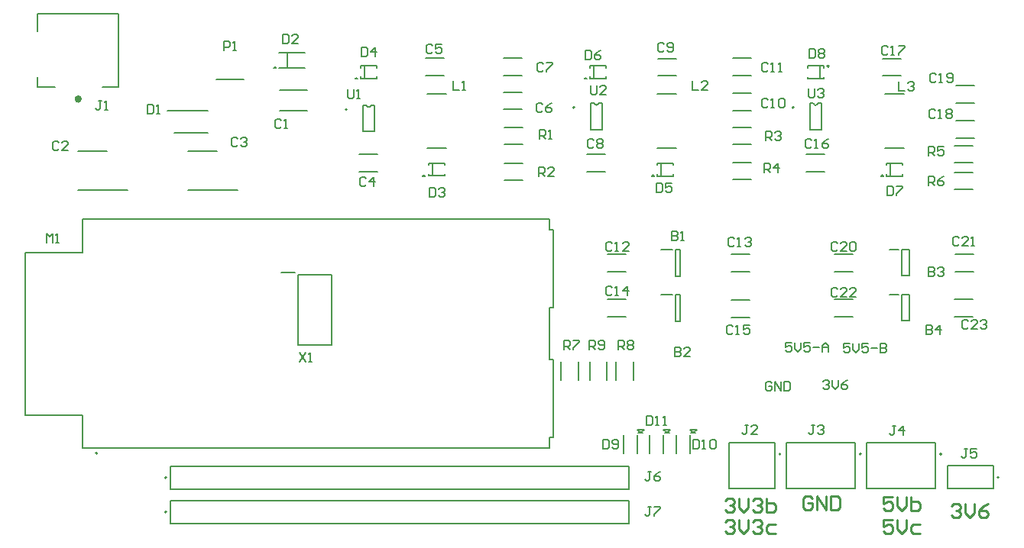
<source format=gto>
G04*
G04 #@! TF.GenerationSoftware,Altium Limited,Altium Designer,24.4.1 (13)*
G04*
G04 Layer_Color=65535*
%FSLAX25Y25*%
%MOIN*%
G70*
G04*
G04 #@! TF.SameCoordinates,DFA012FA-E2B2-4B6A-99E0-2456AF4758C4*
G04*
G04*
G04 #@! TF.FilePolarity,Positive*
G04*
G01*
G75*
%ADD10C,0.00787*%
%ADD11C,0.01575*%
%ADD12C,0.00500*%
%ADD13C,0.00600*%
%ADD14C,0.01000*%
D10*
X35039Y40713D02*
G03*
X35039Y40713I-394J0D01*
G01*
X65170Y15098D02*
G03*
X65170Y15098I-394J0D01*
G01*
X65189Y30000D02*
G03*
X65189Y30000I-394J0D01*
G01*
X428346Y30161D02*
G03*
X428346Y30161I-394J0D01*
G01*
X403271Y40279D02*
G03*
X403271Y40279I-394J0D01*
G01*
X368195Y40398D02*
G03*
X368195Y40398I-394J0D01*
G01*
X333119Y40279D02*
G03*
X333119Y40279I-394J0D01*
G01*
X144012Y190791D02*
G03*
X144012Y190791I-394J0D01*
G01*
X243267Y191708D02*
G03*
X243267Y191708I-394J0D01*
G01*
X338894D02*
G03*
X338894Y191708I-394J0D01*
G01*
X122638Y118744D02*
X137205D01*
Y88035D02*
Y118744D01*
X122638Y88035D02*
X137205D01*
X122638D02*
Y118744D01*
X115354Y119728D02*
X121260D01*
X87016Y204000D02*
X98984D01*
X287158Y110083D02*
X289323D01*
Y98272D02*
Y110083D01*
X287158Y98272D02*
X289323D01*
X287158D02*
Y110083D01*
X280859D02*
X285780D01*
X287158Y129768D02*
X289323D01*
Y117957D02*
Y129768D01*
X287158Y117957D02*
X289323D01*
X287158D02*
Y129768D01*
X280859D02*
X285780D01*
X65626Y190421D02*
X83284D01*
X68717Y180579D02*
X83284D01*
X74535Y172465D02*
X87232D01*
X74535Y155535D02*
X96287D01*
X26535Y172465D02*
X39232D01*
X26535Y155535D02*
X48287D01*
X386040Y109886D02*
X389386D01*
Y98469D02*
Y109886D01*
X386040Y98469D02*
X389386D01*
X386040D02*
Y109886D01*
X380528Y109984D02*
X384662D01*
X386040Y129571D02*
X389386D01*
Y118154D02*
Y129571D01*
X386040Y118154D02*
X389386D01*
X386040D02*
Y129571D01*
X380528Y129669D02*
X384662D01*
D11*
X27441Y195358D02*
G03*
X27441Y195358I-787J0D01*
G01*
D12*
X152477Y192563D02*
G03*
X154445Y192563I984J222D01*
G01*
X251732Y193480D02*
G03*
X253700Y193480I984J222D01*
G01*
X347359D02*
G03*
X349327Y193480I984J222D01*
G01*
X408992Y174981D02*
X416992D01*
X408992Y167481D02*
X416992D01*
X3445Y128311D02*
X28445D01*
X3445Y57445D02*
Y128311D01*
Y57445D02*
X28445D01*
X232382Y138252D02*
X233957D01*
Y104197D02*
Y138252D01*
X232382Y104197D02*
X233957D01*
X232382Y81559D02*
X233957D01*
Y47504D02*
Y81559D01*
X232382Y47504D02*
X233957D01*
X28445Y42878D02*
X232382D01*
Y47504D01*
Y81559D02*
Y104197D01*
Y138252D02*
Y142878D01*
X28445D02*
X232382D01*
X28445Y128311D02*
Y142878D01*
Y42878D02*
Y57445D01*
X66981Y20098D02*
X266981D01*
Y10098D02*
Y20098D01*
X66981Y10098D02*
X266981D01*
X66981D02*
Y20098D01*
X67000Y35000D02*
X267000D01*
Y25000D02*
Y35000D01*
X67000Y25000D02*
X267000D01*
X67000D02*
Y35000D01*
X425748Y25161D02*
Y35161D01*
X405748D02*
X425748D01*
X405748Y25161D02*
Y35161D01*
Y25161D02*
X425748D01*
X400672Y25280D02*
Y45279D01*
X370672D02*
X400672D01*
X370672Y25280D02*
Y45279D01*
Y25280D02*
X400672D01*
X365596Y25398D02*
Y45398D01*
X335596D02*
X365596D01*
X335596Y25398D02*
Y45398D01*
Y25398D02*
X365596D01*
X310521Y25280D02*
X330521D01*
X310521Y45279D02*
X330521D01*
Y25280D02*
Y45279D01*
X310521Y25280D02*
Y45279D01*
X8937Y200476D02*
X16614D01*
X8937Y225083D02*
Y232732D01*
X37087Y200476D02*
X44370D01*
X8937D02*
Y205004D01*
X44370Y200476D02*
Y232732D01*
X8937D02*
X44370D01*
X257250Y72500D02*
Y80500D01*
X249750Y72500D02*
Y80500D01*
X268750Y72500D02*
Y80500D01*
X261250Y72500D02*
Y80500D01*
X244750Y72500D02*
Y80500D01*
X237250Y72500D02*
Y80500D01*
X293500Y40500D02*
Y48500D01*
X287500Y40500D02*
Y48500D01*
X293500Y51000D02*
X296500D01*
X293500D02*
X295000Y49500D01*
X296500Y51000D01*
X294000Y49500D02*
X296000D01*
X282000Y40500D02*
Y48500D01*
X276000Y40500D02*
Y48500D01*
X282000Y51000D02*
X285000D01*
X282000D02*
X283500Y49500D01*
X285000Y51000D01*
X282500Y49500D02*
X284500D01*
X270500Y40500D02*
Y48500D01*
X264500Y40500D02*
Y48500D01*
X270500Y51000D02*
X273500D01*
X270500D02*
X272000Y49500D01*
X273500Y51000D01*
X271000Y49500D02*
X273000D01*
X181089Y161883D02*
Y167339D01*
X179445D02*
X186532D01*
X179445Y161827D02*
X186532D01*
X177539Y162233D02*
X178039Y161733D01*
X177039D02*
X178039D01*
X177039D02*
X177539Y162233D01*
X186532Y166583D02*
Y167339D01*
Y161827D02*
Y162683D01*
X179445Y161827D02*
Y162783D01*
Y166583D02*
Y167339D01*
X178280Y205672D02*
X186280D01*
X178280Y213172D02*
X186280D01*
X344343Y163686D02*
X352343D01*
X344343Y171186D02*
X352343D01*
X248716Y163686D02*
X256716D01*
X248716Y171186D02*
X256716D01*
X377611Y205545D02*
X385611D01*
X377611Y213045D02*
X385611D01*
X351886Y204306D02*
Y205062D01*
Y208862D02*
Y209818D01*
X344800Y208962D02*
Y209818D01*
Y204306D02*
Y205062D01*
X353793Y209412D02*
X354293Y209912D01*
X353293D02*
X354293D01*
X353293D02*
X353793Y209412D01*
X344800Y209818D02*
X351886D01*
X344800Y204306D02*
X351886D01*
X350243D02*
Y209762D01*
X312209Y213172D02*
X320209D01*
X312209Y205672D02*
X320209D01*
X279418Y205545D02*
X287418D01*
X279418Y213045D02*
X287418D01*
X149918Y209062D02*
Y209818D01*
Y204306D02*
Y205262D01*
X157004Y204306D02*
Y205162D01*
Y209062D02*
Y209818D01*
X147511Y204212D02*
X148011Y204712D01*
X147511Y204212D02*
X148511D01*
X148011Y204712D02*
X148511Y204212D01*
X149918Y204306D02*
X157004D01*
X149918Y209818D02*
X157004D01*
X151561Y204362D02*
Y209818D01*
X149063Y163686D02*
X157063D01*
X149063Y171186D02*
X157063D01*
X154445Y192563D02*
X156020D01*
X150902D02*
X152477D01*
X150902Y181146D02*
X156020D01*
Y192563D01*
X150902Y181146D02*
Y192563D01*
X212319Y213172D02*
X220319D01*
X212319Y205672D02*
X220319D01*
X212319Y198317D02*
X220319D01*
X212319Y190817D02*
X220319D01*
X212417Y175481D02*
X220417D01*
X212417Y182981D02*
X220417D01*
X212417Y167339D02*
X220417D01*
X212417Y159839D02*
X220417D01*
X253700Y193480D02*
X255275D01*
X250157D02*
X251732D01*
X250157Y182062D02*
X255275D01*
Y193480D01*
X250157Y182062D02*
Y193480D01*
X349327D02*
X350902D01*
X345784D02*
X347359D01*
X345784Y182062D02*
X350902D01*
Y193480D01*
X345784Y182062D02*
Y193480D01*
X408992Y163339D02*
X416992D01*
X408992Y155839D02*
X416992D01*
X409393Y201172D02*
X417393D01*
X409393Y193672D02*
X417393D01*
X312307Y167748D02*
X320307D01*
X312307Y160248D02*
X320307D01*
X257532Y120112D02*
X265532D01*
X257532Y127612D02*
X265532D01*
X257532Y100427D02*
X265532D01*
X257532Y107927D02*
X265532D01*
X114386Y209098D02*
X125607D01*
X114386Y215791D02*
X125607D01*
X117997Y209445D02*
Y215445D01*
X112496Y209445D02*
X112996Y208945D01*
X111996D02*
X112996D01*
X111996D02*
X112496Y209445D01*
X379150Y166489D02*
Y167245D01*
Y161733D02*
Y162689D01*
X386237Y161733D02*
Y162589D01*
Y166489D02*
Y167245D01*
X376743Y161639D02*
X377243Y162139D01*
X376743Y161639D02*
X377743D01*
X377243Y162139D02*
X377743Y161639D01*
X379150Y161733D02*
X386237D01*
X379150Y167245D02*
X386237D01*
X380793Y161789D02*
Y167245D01*
X409090Y127612D02*
X417090D01*
X409090Y120112D02*
X417090D01*
X408893Y107927D02*
X416893D01*
X408893Y100427D02*
X416893D01*
X356613D02*
X364613D01*
X356613Y107927D02*
X364613D01*
X356613Y120112D02*
X364613D01*
X356613Y127612D02*
X364613D01*
X311666D02*
X319666D01*
X311666Y120112D02*
X319666D01*
X311666Y107533D02*
X319666D01*
X311666Y100033D02*
X319666D01*
X312307Y175481D02*
X320307D01*
X312307Y182981D02*
X320307D01*
X312209Y197937D02*
X320209D01*
X312209Y190437D02*
X320209D01*
X279166Y166489D02*
Y167245D01*
Y161733D02*
Y162689D01*
X286252Y161733D02*
Y162589D01*
Y166489D02*
Y167245D01*
X276759Y161639D02*
X277259Y162139D01*
X276759Y161639D02*
X277759D01*
X277259Y162139D02*
X277759Y161639D01*
X279166Y161733D02*
X286252D01*
X279166Y167245D02*
X286252D01*
X280809Y161789D02*
Y167245D01*
X409393Y185937D02*
X417393D01*
X409393Y178437D02*
X417393D01*
X378441Y197484D02*
X386945D01*
X378441Y173862D02*
X386945D01*
X279166Y197484D02*
X287670D01*
X279166Y173862D02*
X287670D01*
X178737Y197484D02*
X187241D01*
X178737Y173862D02*
X187241D01*
X114390Y199228D02*
X126390D01*
X114390Y190228D02*
X126390D01*
X251603Y204362D02*
Y209818D01*
X249960D02*
X257047D01*
X249960Y204306D02*
X257047D01*
X248053Y204712D02*
X248553Y204212D01*
X247553D02*
X248553D01*
X247553D02*
X248053Y204712D01*
X257047Y209062D02*
Y209818D01*
Y204306D02*
Y205162D01*
X249960Y204306D02*
Y205262D01*
Y209062D02*
Y209818D01*
D13*
X363266Y88599D02*
X360600D01*
Y86599D01*
X361933Y87266D01*
X362599D01*
X363266Y86599D01*
Y85266D01*
X362599Y84600D01*
X361266D01*
X360600Y85266D01*
X364599Y88599D02*
Y85933D01*
X365932Y84600D01*
X367265Y85933D01*
Y88599D01*
X371263D02*
X368597D01*
Y86599D01*
X369930Y87266D01*
X370597D01*
X371263Y86599D01*
Y85266D01*
X370597Y84600D01*
X369264D01*
X368597Y85266D01*
X372596Y86599D02*
X375262D01*
X376595Y88599D02*
Y84600D01*
X378594D01*
X379261Y85266D01*
Y85933D01*
X378594Y86599D01*
X376595D01*
X378594D01*
X379261Y87266D01*
Y87932D01*
X378594Y88599D01*
X376595D01*
X351600Y71932D02*
X352266Y72599D01*
X353599D01*
X354266Y71932D01*
Y71266D01*
X353599Y70599D01*
X352933D01*
X353599D01*
X354266Y69933D01*
Y69266D01*
X353599Y68600D01*
X352266D01*
X351600Y69266D01*
X355599Y72599D02*
Y69933D01*
X356932Y68600D01*
X358264Y69933D01*
Y72599D01*
X362263D02*
X360930Y71932D01*
X359597Y70599D01*
Y69266D01*
X360264Y68600D01*
X361597D01*
X362263Y69266D01*
Y69933D01*
X361597Y70599D01*
X359597D01*
X337766Y89099D02*
X335100D01*
Y87099D01*
X336433Y87766D01*
X337099D01*
X337766Y87099D01*
Y85766D01*
X337099Y85100D01*
X335766D01*
X335100Y85766D01*
X339099Y89099D02*
Y86433D01*
X340432Y85100D01*
X341764Y86433D01*
Y89099D01*
X345763D02*
X343097D01*
Y87099D01*
X344430Y87766D01*
X345097D01*
X345763Y87099D01*
Y85766D01*
X345097Y85100D01*
X343764D01*
X343097Y85766D01*
X347096Y87099D02*
X349762D01*
X351095Y85100D02*
Y87766D01*
X352428Y89099D01*
X353761Y87766D01*
Y85100D01*
Y87099D01*
X351095D01*
X329266Y71432D02*
X328599Y72099D01*
X327266D01*
X326600Y71432D01*
Y68766D01*
X327266Y68100D01*
X328599D01*
X329266Y68766D01*
Y70099D01*
X327933D01*
X330599Y68100D02*
Y72099D01*
X333264Y68100D01*
Y72099D01*
X334597D02*
Y68100D01*
X336597D01*
X337263Y68766D01*
Y71432D01*
X336597Y72099D01*
X334597D01*
X397668Y170501D02*
Y174499D01*
X399667D01*
X400334Y173833D01*
Y172500D01*
X399667Y171834D01*
X397668D01*
X399001D02*
X400334Y170501D01*
X404332Y174499D02*
X401666D01*
Y172500D01*
X402999Y173167D01*
X403666D01*
X404332Y172500D01*
Y171167D01*
X403666Y170501D01*
X402333D01*
X401666Y171167D01*
X249668Y86001D02*
Y89999D01*
X251667D01*
X252334Y89333D01*
Y88000D01*
X251667Y87334D01*
X249668D01*
X251001D02*
X252334Y86001D01*
X253666Y86667D02*
X254333Y86001D01*
X255666D01*
X256332Y86667D01*
Y89333D01*
X255666Y89999D01*
X254333D01*
X253666Y89333D01*
Y88666D01*
X254333Y88000D01*
X256332D01*
X262168Y86001D02*
Y89999D01*
X264167D01*
X264834Y89333D01*
Y88000D01*
X264167Y87334D01*
X262168D01*
X263501D02*
X264834Y86001D01*
X266166Y89333D02*
X266833Y89999D01*
X268166D01*
X268832Y89333D01*
Y88666D01*
X268166Y88000D01*
X268832Y87334D01*
Y86667D01*
X268166Y86001D01*
X266833D01*
X266166Y86667D01*
Y87334D01*
X266833Y88000D01*
X266166Y88666D01*
Y89333D01*
X266833Y88000D02*
X268166D01*
X238668Y86001D02*
Y89999D01*
X240667D01*
X241334Y89333D01*
Y88000D01*
X240667Y87334D01*
X238668D01*
X240001D02*
X241334Y86001D01*
X242667Y89999D02*
X245332D01*
Y89333D01*
X242667Y86667D01*
Y86001D01*
X274668Y56999D02*
Y53001D01*
X276667D01*
X277334Y53667D01*
Y56333D01*
X276667Y56999D01*
X274668D01*
X278667Y53001D02*
X280000D01*
X279333D01*
Y56999D01*
X278667Y56333D01*
X281999Y53001D02*
X283332D01*
X282665D01*
Y56999D01*
X281999Y56333D01*
X295002Y46499D02*
Y42501D01*
X297001D01*
X297667Y43167D01*
Y45833D01*
X297001Y46499D01*
X295002D01*
X299000Y42501D02*
X300333D01*
X299667D01*
Y46499D01*
X299000Y45833D01*
X302333D02*
X302999Y46499D01*
X304332D01*
X304998Y45833D01*
Y43167D01*
X304332Y42501D01*
X302999D01*
X302333Y43167D01*
Y45833D01*
X255668Y46499D02*
Y42501D01*
X257667D01*
X258334Y43167D01*
Y45833D01*
X257667Y46499D01*
X255668D01*
X259666Y43167D02*
X260333Y42501D01*
X261666D01*
X262332Y43167D01*
Y45833D01*
X261666Y46499D01*
X260333D01*
X259666Y45833D01*
Y45166D01*
X260333Y44500D01*
X262332D01*
X123319Y84523D02*
X125984Y80524D01*
Y84523D02*
X123319Y80524D01*
X127317D02*
X128650D01*
X127984D01*
Y84523D01*
X127317Y83856D01*
X276609Y17432D02*
X275276D01*
X275943D01*
Y14100D01*
X275276Y13434D01*
X274610D01*
X273943Y14100D01*
X277942Y17432D02*
X280608D01*
Y16766D01*
X277942Y14100D01*
Y13434D01*
X12834Y132501D02*
Y136499D01*
X14167Y135167D01*
X15500Y136499D01*
Y132501D01*
X16833D02*
X18166D01*
X17499D01*
Y136499D01*
X16833Y135833D01*
X383192Y52633D02*
X381859D01*
X382525D01*
Y49301D01*
X381859Y48634D01*
X381192D01*
X380526Y49301D01*
X386524Y48634D02*
Y52633D01*
X384525Y50634D01*
X387191D01*
X347759Y53027D02*
X346426D01*
X347092D01*
Y49695D01*
X346426Y49028D01*
X345759D01*
X345093Y49695D01*
X349092Y52360D02*
X349758Y53027D01*
X351091D01*
X351758Y52360D01*
Y51694D01*
X351091Y51028D01*
X350425D01*
X351091D01*
X351758Y50361D01*
Y49695D01*
X351091Y49028D01*
X349758D01*
X349092Y49695D01*
X414688Y42791D02*
X413355D01*
X414021D01*
Y39458D01*
X413355Y38792D01*
X412688D01*
X412022Y39458D01*
X418687Y42791D02*
X416021D01*
Y40791D01*
X417354Y41458D01*
X418020D01*
X418687Y40791D01*
Y39458D01*
X418020Y38792D01*
X416687D01*
X416021Y39458D01*
X319019Y53027D02*
X317686D01*
X318352D01*
Y49695D01*
X317686Y49028D01*
X317019D01*
X316353Y49695D01*
X323017Y49028D02*
X320352D01*
X323017Y51694D01*
Y52360D01*
X322351Y53027D01*
X321018D01*
X320352Y52360D01*
X276609Y32787D02*
X275276D01*
X275943D01*
Y29454D01*
X275276Y28788D01*
X274610D01*
X273943Y29454D01*
X280608Y32787D02*
X279275Y32120D01*
X277942Y30787D01*
Y29454D01*
X278608Y28788D01*
X279941D01*
X280608Y29454D01*
Y30121D01*
X279941Y30787D01*
X277942D01*
X345093Y199877D02*
Y196545D01*
X345759Y195879D01*
X347092D01*
X347759Y196545D01*
Y199877D01*
X349092Y199211D02*
X349758Y199877D01*
X351091D01*
X351758Y199211D01*
Y198544D01*
X351091Y197878D01*
X350425D01*
X351091D01*
X351758Y197212D01*
Y196545D01*
X351091Y195879D01*
X349758D01*
X349092Y196545D01*
X250171Y201187D02*
Y197855D01*
X250838Y197189D01*
X252170D01*
X252837Y197855D01*
Y201187D01*
X256836Y197189D02*
X254170D01*
X256836Y199855D01*
Y200521D01*
X256169Y201187D01*
X254836D01*
X254170Y200521D01*
X144102Y199484D02*
Y196151D01*
X144769Y195485D01*
X146102D01*
X146768Y196151D01*
Y199484D01*
X148101Y195485D02*
X149434D01*
X148767D01*
Y199484D01*
X148101Y198817D01*
X397668Y157501D02*
Y161499D01*
X399667D01*
X400334Y160833D01*
Y159500D01*
X399667Y158834D01*
X397668D01*
X399001D02*
X400334Y157501D01*
X404332Y161499D02*
X402999Y160833D01*
X401666Y159500D01*
Y158167D01*
X402333Y157501D01*
X403666D01*
X404332Y158167D01*
Y158834D01*
X403666Y159500D01*
X401666D01*
X325802Y163201D02*
Y167200D01*
X327801D01*
X328467Y166534D01*
Y165201D01*
X327801Y164534D01*
X325802D01*
X327134D02*
X328467Y163201D01*
X331800D02*
Y167200D01*
X329800Y165201D01*
X332466D01*
X326589Y177375D02*
Y181373D01*
X328588D01*
X329255Y180707D01*
Y179374D01*
X328588Y178708D01*
X326589D01*
X327922D02*
X329255Y177375D01*
X330588Y180707D02*
X331254Y181373D01*
X332587D01*
X333254Y180707D01*
Y180041D01*
X332587Y179374D01*
X331921D01*
X332587D01*
X333254Y178708D01*
Y178041D01*
X332587Y177375D01*
X331254D01*
X330588Y178041D01*
X227652Y161589D02*
Y165588D01*
X229651D01*
X230318Y164921D01*
Y163589D01*
X229651Y162922D01*
X227652D01*
X228985D02*
X230318Y161589D01*
X234317D02*
X231651D01*
X234317Y164255D01*
Y164921D01*
X233650Y165588D01*
X232317D01*
X231651Y164921D01*
X227925Y178019D02*
Y182018D01*
X229924D01*
X230591Y181352D01*
Y180019D01*
X229924Y179352D01*
X227925D01*
X229258D02*
X230591Y178019D01*
X231924D02*
X233256D01*
X232590D01*
Y182018D01*
X231924Y181352D01*
X90334Y216501D02*
Y220499D01*
X92334D01*
X93000Y219833D01*
Y218500D01*
X92334Y217834D01*
X90334D01*
X94333Y216501D02*
X95666D01*
X94999D01*
Y220499D01*
X94333Y219833D01*
X384463Y203027D02*
Y199028D01*
X387129D01*
X388462Y202361D02*
X389128Y203027D01*
X390461D01*
X391127Y202361D01*
Y201694D01*
X390461Y201028D01*
X389795D01*
X390461D01*
X391127Y200361D01*
Y199695D01*
X390461Y199028D01*
X389128D01*
X388462Y199695D01*
X294699Y203421D02*
Y199422D01*
X297365D01*
X301364D02*
X298698D01*
X301364Y202088D01*
Y202754D01*
X300697Y203421D01*
X299364D01*
X298698Y202754D01*
X190248Y203421D02*
Y199422D01*
X192913D01*
X194246D02*
X195579D01*
X194913D01*
Y203421D01*
X194246Y202754D01*
X37000Y194499D02*
X35667D01*
X36334D01*
Y191167D01*
X35667Y190501D01*
X35001D01*
X34334Y191167D01*
X38333Y190501D02*
X39666D01*
X38999D01*
Y194499D01*
X38333Y193833D01*
X345404Y217200D02*
Y213201D01*
X347404D01*
X348070Y213868D01*
Y216534D01*
X347404Y217200D01*
X345404D01*
X349403Y216534D02*
X350069Y217200D01*
X351402D01*
X352069Y216534D01*
Y215867D01*
X351402Y215201D01*
X352069Y214534D01*
Y213868D01*
X351402Y213201D01*
X350069D01*
X349403Y213868D01*
Y214534D01*
X350069Y215201D01*
X349403Y215867D01*
Y216534D01*
X350069Y215201D02*
X351402D01*
X379656Y157358D02*
Y153359D01*
X381656D01*
X382322Y154025D01*
Y156691D01*
X381656Y157358D01*
X379656D01*
X383655D02*
X386321D01*
Y156691D01*
X383655Y154025D01*
Y153359D01*
X247900Y216696D02*
Y212698D01*
X249899D01*
X250566Y213364D01*
Y216030D01*
X249899Y216696D01*
X247900D01*
X254564D02*
X253232Y216030D01*
X251899Y214697D01*
Y213364D01*
X252565Y212698D01*
X253898D01*
X254564Y213364D01*
Y214031D01*
X253898Y214697D01*
X251899D01*
X278951Y158539D02*
Y154540D01*
X280951D01*
X281617Y155207D01*
Y157872D01*
X280951Y158539D01*
X278951D01*
X285616D02*
X282950D01*
Y156539D01*
X284283Y157206D01*
X284949D01*
X285616Y156539D01*
Y155207D01*
X284949Y154540D01*
X283616D01*
X282950Y155207D01*
X150129Y217987D02*
Y213989D01*
X152128D01*
X152795Y214655D01*
Y217321D01*
X152128Y217987D01*
X150129D01*
X156127Y213989D02*
Y217987D01*
X154128Y215988D01*
X156793D01*
X180050Y156570D02*
Y152571D01*
X182049D01*
X182716Y153238D01*
Y155904D01*
X182049Y156570D01*
X180050D01*
X184049Y155904D02*
X184715Y156570D01*
X186048D01*
X186714Y155904D01*
Y155237D01*
X186048Y154571D01*
X185382D01*
X186048D01*
X186714Y153904D01*
Y153238D01*
X186048Y152571D01*
X184715D01*
X184049Y153238D01*
X115877Y223499D02*
Y219501D01*
X117876D01*
X118543Y220167D01*
Y222833D01*
X117876Y223499D01*
X115877D01*
X122541Y219501D02*
X119876D01*
X122541Y222166D01*
Y222833D01*
X121875Y223499D01*
X120542D01*
X119876Y222833D01*
X56834Y192999D02*
Y189001D01*
X58834D01*
X59500Y189667D01*
Y192333D01*
X58834Y192999D01*
X56834D01*
X60833Y189001D02*
X62166D01*
X61499D01*
Y192999D01*
X60833Y192333D01*
X414834Y98333D02*
X414168Y98999D01*
X412835D01*
X412168Y98333D01*
Y95667D01*
X412835Y95001D01*
X414168D01*
X414834Y95667D01*
X418833Y95001D02*
X416167D01*
X418833Y97666D01*
Y98333D01*
X418166Y98999D01*
X416834D01*
X416167Y98333D01*
X420166D02*
X420832Y98999D01*
X422165D01*
X422832Y98333D01*
Y97666D01*
X422165Y97000D01*
X421499D01*
X422165D01*
X422832Y96334D01*
Y95667D01*
X422165Y95001D01*
X420832D01*
X420166Y95667D01*
X357834Y112333D02*
X357168Y112999D01*
X355835D01*
X355168Y112333D01*
Y109667D01*
X355835Y109001D01*
X357168D01*
X357834Y109667D01*
X361833Y109001D02*
X359167D01*
X361833Y111667D01*
Y112333D01*
X361166Y112999D01*
X359834D01*
X359167Y112333D01*
X365832Y109001D02*
X363166D01*
X365832Y111667D01*
Y112333D01*
X365165Y112999D01*
X363832D01*
X363166Y112333D01*
X410911Y134644D02*
X410244Y135310D01*
X408911D01*
X408245Y134644D01*
Y131978D01*
X408911Y131312D01*
X410244D01*
X410911Y131978D01*
X414909Y131312D02*
X412243D01*
X414909Y133977D01*
Y134644D01*
X414243Y135310D01*
X412910D01*
X412243Y134644D01*
X416242Y131312D02*
X417575D01*
X416909D01*
Y135310D01*
X416242Y134644D01*
X357834Y132333D02*
X357168Y132999D01*
X355835D01*
X355168Y132333D01*
Y129667D01*
X355835Y129001D01*
X357168D01*
X357834Y129667D01*
X361833Y129001D02*
X359167D01*
X361833Y131667D01*
Y132333D01*
X361166Y132999D01*
X359834D01*
X359167Y132333D01*
X363166D02*
X363832Y132999D01*
X365165D01*
X365832Y132333D01*
Y129667D01*
X365165Y129001D01*
X363832D01*
X363166Y129667D01*
Y132333D01*
X400923Y206108D02*
X400257Y206775D01*
X398924D01*
X398257Y206108D01*
Y203443D01*
X398924Y202776D01*
X400257D01*
X400923Y203443D01*
X402256Y202776D02*
X403589D01*
X402923D01*
Y206775D01*
X402256Y206108D01*
X405588Y203443D02*
X406255Y202776D01*
X407588D01*
X408254Y203443D01*
Y206108D01*
X407588Y206775D01*
X406255D01*
X405588Y206108D01*
Y205442D01*
X406255Y204776D01*
X408254D01*
X400530Y190360D02*
X399863Y191027D01*
X398530D01*
X397864Y190360D01*
Y187695D01*
X398530Y187028D01*
X399863D01*
X400530Y187695D01*
X401862Y187028D02*
X403195D01*
X402529D01*
Y191027D01*
X401862Y190360D01*
X405195D02*
X405861Y191027D01*
X407194D01*
X407861Y190360D01*
Y189694D01*
X407194Y189028D01*
X407861Y188361D01*
Y187695D01*
X407194Y187028D01*
X405861D01*
X405195Y187695D01*
Y188361D01*
X405861Y189028D01*
X405195Y189694D01*
Y190360D01*
X405861Y189028D02*
X407194D01*
X379951Y218109D02*
X379284Y218775D01*
X377952D01*
X377285Y218109D01*
Y215443D01*
X377952Y214776D01*
X379284D01*
X379951Y215443D01*
X381284Y214776D02*
X382617D01*
X381950D01*
Y218775D01*
X381284Y218109D01*
X384616Y218775D02*
X387282D01*
Y218109D01*
X384616Y215443D01*
Y214776D01*
X346486Y177164D02*
X345820Y177830D01*
X344487D01*
X343821Y177164D01*
Y174498D01*
X344487Y173831D01*
X345820D01*
X346486Y174498D01*
X347819Y173831D02*
X349152D01*
X348486D01*
Y177830D01*
X347819Y177164D01*
X353817Y177830D02*
X352484Y177164D01*
X351151Y175831D01*
Y174498D01*
X351818Y173831D01*
X353151D01*
X353817Y174498D01*
Y175164D01*
X353151Y175831D01*
X351151D01*
X312234Y96061D02*
X311568Y96728D01*
X310235D01*
X309569Y96061D01*
Y93396D01*
X310235Y92729D01*
X311568D01*
X312234Y93396D01*
X313567Y92729D02*
X314900D01*
X314234D01*
Y96728D01*
X313567Y96061D01*
X319565Y96728D02*
X316899D01*
Y94728D01*
X318232Y95395D01*
X318899D01*
X319565Y94728D01*
Y93396D01*
X318899Y92729D01*
X317566D01*
X316899Y93396D01*
X259667Y112833D02*
X259001Y113499D01*
X257668D01*
X257002Y112833D01*
Y110167D01*
X257668Y109501D01*
X259001D01*
X259667Y110167D01*
X261000Y109501D02*
X262333D01*
X261667D01*
Y113499D01*
X261000Y112833D01*
X266332Y109501D02*
Y113499D01*
X264333Y111500D01*
X266998D01*
X313022Y134250D02*
X312355Y134917D01*
X311022D01*
X310356Y134250D01*
Y131584D01*
X311022Y130918D01*
X312355D01*
X313022Y131584D01*
X314355Y130918D02*
X315688D01*
X315021D01*
Y134917D01*
X314355Y134250D01*
X317687D02*
X318353Y134917D01*
X319686D01*
X320353Y134250D01*
Y133584D01*
X319686Y132917D01*
X319020D01*
X319686D01*
X320353Y132251D01*
Y131584D01*
X319686Y130918D01*
X318353D01*
X317687Y131584D01*
X259667Y132333D02*
X259001Y132999D01*
X257668D01*
X257002Y132333D01*
Y129667D01*
X257668Y129001D01*
X259001D01*
X259667Y129667D01*
X261000Y129001D02*
X262333D01*
X261667D01*
Y132999D01*
X261000Y132333D01*
X266998Y129001D02*
X264333D01*
X266998Y131667D01*
Y132333D01*
X266332Y132999D01*
X264999D01*
X264333Y132333D01*
X327468Y210628D02*
X326801Y211295D01*
X325468D01*
X324802Y210628D01*
Y207962D01*
X325468Y207296D01*
X326801D01*
X327468Y207962D01*
X328801Y207296D02*
X330134D01*
X329467D01*
Y211295D01*
X328801Y210628D01*
X332133Y207296D02*
X333466D01*
X332799D01*
Y211295D01*
X332133Y210628D01*
X327589Y194880D02*
X326922Y195547D01*
X325589D01*
X324923Y194880D01*
Y192214D01*
X325589Y191548D01*
X326922D01*
X327589Y192214D01*
X328922Y191548D02*
X330255D01*
X329588D01*
Y195547D01*
X328922Y194880D01*
X332254D02*
X332920Y195547D01*
X334253D01*
X334920Y194880D01*
Y192214D01*
X334253Y191548D01*
X332920D01*
X332254Y192214D01*
Y194880D01*
X282322Y219290D02*
X281656Y219956D01*
X280323D01*
X279656Y219290D01*
Y216624D01*
X280323Y215957D01*
X281656D01*
X282322Y216624D01*
X283655D02*
X284321Y215957D01*
X285654D01*
X286321Y216624D01*
Y219290D01*
X285654Y219956D01*
X284321D01*
X283655Y219290D01*
Y218623D01*
X284321Y217957D01*
X286321D01*
X251696Y177164D02*
X251029Y177830D01*
X249696D01*
X249030Y177164D01*
Y174498D01*
X249696Y173831D01*
X251029D01*
X251696Y174498D01*
X253029Y177164D02*
X253695Y177830D01*
X255028D01*
X255695Y177164D01*
Y176497D01*
X255028Y175831D01*
X255695Y175164D01*
Y174498D01*
X255028Y173831D01*
X253695D01*
X253029Y174498D01*
Y175164D01*
X253695Y175831D01*
X253029Y176497D01*
Y177164D01*
X253695Y175831D02*
X255028D01*
X229432Y210755D02*
X228766Y211422D01*
X227433D01*
X226766Y210755D01*
Y208089D01*
X227433Y207423D01*
X228766D01*
X229432Y208089D01*
X230765Y211422D02*
X233431D01*
Y210755D01*
X230765Y208089D01*
Y207423D01*
X229255Y192912D02*
X228588Y193578D01*
X227256D01*
X226589Y192912D01*
Y190246D01*
X227256Y189579D01*
X228588D01*
X229255Y190246D01*
X233254Y193578D02*
X231921Y192912D01*
X230588Y191579D01*
Y190246D01*
X231254Y189579D01*
X232587D01*
X233254Y190246D01*
Y190912D01*
X232587Y191579D01*
X230588D01*
X181223Y218502D02*
X180557Y219169D01*
X179224D01*
X178558Y218502D01*
Y215836D01*
X179224Y215170D01*
X180557D01*
X181223Y215836D01*
X185222Y219169D02*
X182556D01*
Y217169D01*
X183889Y217836D01*
X184556D01*
X185222Y217169D01*
Y215836D01*
X184556Y215170D01*
X183223D01*
X182556Y215836D01*
X152090Y160628D02*
X151423Y161295D01*
X150090D01*
X149424Y160628D01*
Y157962D01*
X150090Y157296D01*
X151423D01*
X152090Y157962D01*
X155422Y157296D02*
Y161295D01*
X153422Y159295D01*
X156088D01*
X96334Y177833D02*
X95667Y178499D01*
X94334D01*
X93668Y177833D01*
Y175167D01*
X94334Y174501D01*
X95667D01*
X96334Y175167D01*
X97667Y177833D02*
X98333Y178499D01*
X99666D01*
X100332Y177833D01*
Y177166D01*
X99666Y176500D01*
X98999D01*
X99666D01*
X100332Y175833D01*
Y175167D01*
X99666Y174501D01*
X98333D01*
X97667Y175167D01*
X18334Y176333D02*
X17667Y176999D01*
X16334D01*
X15668Y176333D01*
Y173667D01*
X16334Y173001D01*
X17667D01*
X18334Y173667D01*
X22332Y173001D02*
X19667D01*
X22332Y175666D01*
Y176333D01*
X21666Y176999D01*
X20333D01*
X19667Y176333D01*
X115272Y185825D02*
X114606Y186492D01*
X113273D01*
X112606Y185825D01*
Y183159D01*
X113273Y182493D01*
X114606D01*
X115272Y183159D01*
X116605Y182493D02*
X117938D01*
X117271D01*
Y186492D01*
X116605Y185825D01*
X396668Y96499D02*
Y92501D01*
X398667D01*
X399334Y93167D01*
Y93834D01*
X398667Y94500D01*
X396668D01*
X398667D01*
X399334Y95166D01*
Y95833D01*
X398667Y96499D01*
X396668D01*
X402666Y92501D02*
Y96499D01*
X400667Y94500D01*
X403332D01*
X397668Y121999D02*
Y118001D01*
X399667D01*
X400334Y118667D01*
Y119334D01*
X399667Y120000D01*
X397668D01*
X399667D01*
X400334Y120667D01*
Y121333D01*
X399667Y121999D01*
X397668D01*
X401666Y121333D02*
X402333Y121999D01*
X403666D01*
X404332Y121333D01*
Y120667D01*
X403666Y120000D01*
X402999D01*
X403666D01*
X404332Y119334D01*
Y118667D01*
X403666Y118001D01*
X402333D01*
X401666Y118667D01*
X286825Y86885D02*
Y82886D01*
X288825D01*
X289491Y83553D01*
Y84219D01*
X288825Y84886D01*
X286825D01*
X288825D01*
X289491Y85552D01*
Y86219D01*
X288825Y86885D01*
X286825D01*
X293490Y82886D02*
X290824D01*
X293490Y85552D01*
Y86219D01*
X292823Y86885D01*
X291490D01*
X290824Y86219D01*
X285575Y137673D02*
Y133674D01*
X287574D01*
X288241Y134340D01*
Y135007D01*
X287574Y135673D01*
X285575D01*
X287574D01*
X288241Y136340D01*
Y137006D01*
X287574Y137673D01*
X285575D01*
X289574Y133674D02*
X290906D01*
X290240D01*
Y137673D01*
X289574Y137006D01*
D14*
X407500Y17498D02*
X408500Y18498D01*
X410499D01*
X411499Y17498D01*
Y16499D01*
X410499Y15499D01*
X409499D01*
X410499D01*
X411499Y14499D01*
Y13500D01*
X410499Y12500D01*
X408500D01*
X407500Y13500D01*
X413498Y18498D02*
Y14499D01*
X415497Y12500D01*
X417497Y14499D01*
Y18498D01*
X423495D02*
X421495Y17498D01*
X419496Y15499D01*
Y13500D01*
X420496Y12500D01*
X422495D01*
X423495Y13500D01*
Y14499D01*
X422495Y15499D01*
X419496D01*
X381999Y21498D02*
X378000D01*
Y18499D01*
X379999Y19499D01*
X380999D01*
X381999Y18499D01*
Y16500D01*
X380999Y15500D01*
X379000D01*
X378000Y16500D01*
X383998Y21498D02*
Y17499D01*
X385997Y15500D01*
X387997Y17499D01*
Y21498D01*
X389996D02*
Y15500D01*
X392995D01*
X393995Y16500D01*
Y17499D01*
Y18499D01*
X392995Y19499D01*
X389996D01*
X381999Y11498D02*
X378000D01*
Y8499D01*
X379999Y9499D01*
X380999D01*
X381999Y8499D01*
Y6500D01*
X380999Y5500D01*
X379000D01*
X378000Y6500D01*
X383998Y11498D02*
Y7499D01*
X385997Y5500D01*
X387997Y7499D01*
Y11498D01*
X393995Y9499D02*
X390996D01*
X389996Y8499D01*
Y6500D01*
X390996Y5500D01*
X393995D01*
X309000Y10498D02*
X310000Y11498D01*
X311999D01*
X312999Y10498D01*
Y9499D01*
X311999Y8499D01*
X310999D01*
X311999D01*
X312999Y7499D01*
Y6500D01*
X311999Y5500D01*
X310000D01*
X309000Y6500D01*
X314998Y11498D02*
Y7499D01*
X316997Y5500D01*
X318997Y7499D01*
Y11498D01*
X320996Y10498D02*
X321996Y11498D01*
X323995D01*
X324995Y10498D01*
Y9499D01*
X323995Y8499D01*
X322995D01*
X323995D01*
X324995Y7499D01*
Y6500D01*
X323995Y5500D01*
X321996D01*
X320996Y6500D01*
X330993Y9499D02*
X327994D01*
X326994Y8499D01*
Y6500D01*
X327994Y5500D01*
X330993D01*
X309000Y19998D02*
X310000Y20998D01*
X311999D01*
X312999Y19998D01*
Y18999D01*
X311999Y17999D01*
X310999D01*
X311999D01*
X312999Y16999D01*
Y16000D01*
X311999Y15000D01*
X310000D01*
X309000Y16000D01*
X314998Y20998D02*
Y16999D01*
X316997Y15000D01*
X318997Y16999D01*
Y20998D01*
X320996Y19998D02*
X321996Y20998D01*
X323995D01*
X324995Y19998D01*
Y18999D01*
X323995Y17999D01*
X322995D01*
X323995D01*
X324995Y16999D01*
Y16000D01*
X323995Y15000D01*
X321996D01*
X320996Y16000D01*
X326994Y20998D02*
Y15000D01*
X329993D01*
X330993Y16000D01*
Y16999D01*
Y17999D01*
X329993Y18999D01*
X326994D01*
X346999Y20998D02*
X345999Y21998D01*
X344000D01*
X343000Y20998D01*
Y17000D01*
X344000Y16000D01*
X345999D01*
X346999Y17000D01*
Y18999D01*
X344999D01*
X348998Y16000D02*
Y21998D01*
X352997Y16000D01*
Y21998D01*
X354996D02*
Y16000D01*
X357995D01*
X358995Y17000D01*
Y20998D01*
X357995Y21998D01*
X354996D01*
M02*

</source>
